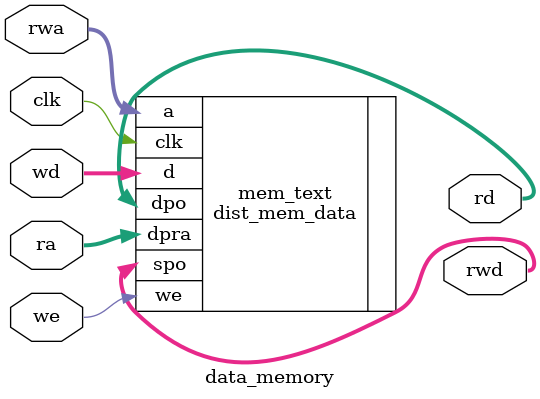
<source format=v>
`timescale 1ns / 1ps

module data_memory(
    input clk, we,
    input[7 : 0] rwa, ra,
    input[31 : 0] wd,
    output[31 : 0] rwd, rd 
);
    dist_mem_data mem_text (
      .clk(clk), .we(we), .a(rwa), .spo(rwd),
      .d(wd), .dpra(ra), .dpo(rd)
    );
endmodule

</source>
